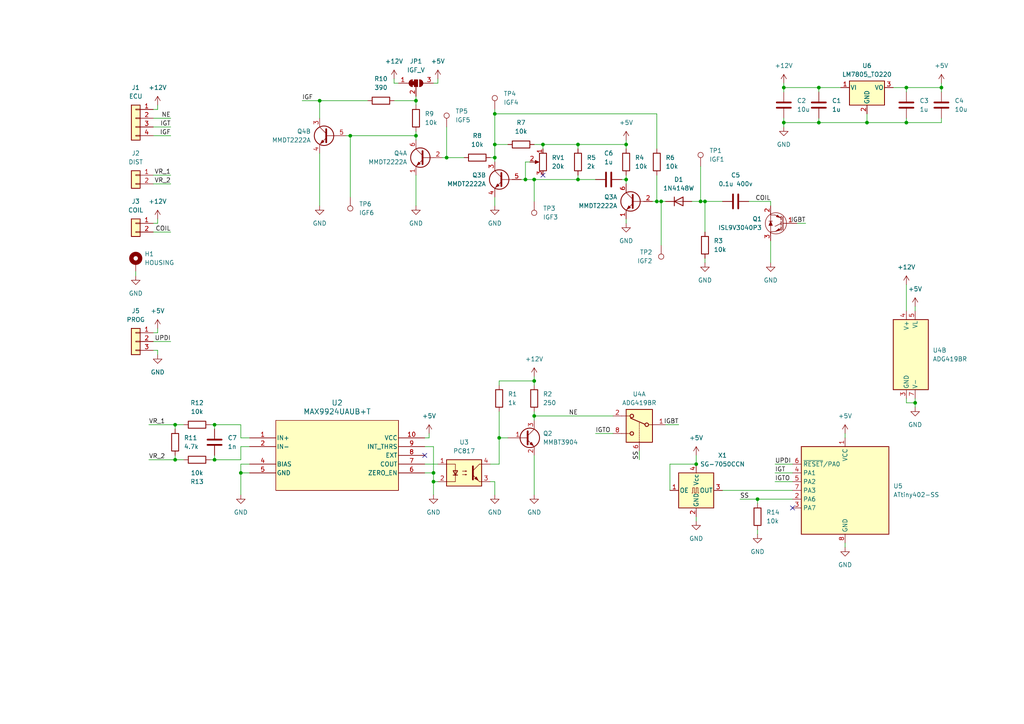
<source format=kicad_sch>
(kicad_sch (version 20230121) (generator eeschema)
  (paper "A4")
  (lib_symbols
    (symbol "Analog_Switch:ADG419BR" (pin_names (offset 0.254))
      (property "Reference" "U" (at -3.175 4.699 0))
      (property "Value" "ADG419BR" (at -3.175 2.921 0))
      (symbol "ADG419BR_1_1"
        (rectangle (start -3.81 1.905) (end 3.81 -7.62) (stroke (width 0.254)) (fill (type background)))
        (circle (center -2.159 -2.54) (radius 0.508) (stroke (width 0.254)))
        (polyline (pts (xy -5.08 -2.54) (xy -2.794 -2.54)))
        (polyline (pts (xy -1.651 -2.413) (xy 2.54 -0.635)) (stroke (width 0.254)))
        (polyline (pts (xy 0 -7.62) (xy 0 -7.112)))
        (polyline (pts (xy 0 -6.858) (xy 0 -6.604)))
        (polyline (pts (xy 0 -6.35) (xy 0 -6.096)))
        (polyline (pts (xy 0 -5.842) (xy 0 -5.588)))
        (polyline (pts (xy 0 -5.334) (xy 0 -5.08)))
        (polyline (pts (xy 0 -4.826) (xy 0 -4.572)))
        (polyline (pts (xy 0 -4.318) (xy 0 -4.064)))
        (polyline (pts (xy 0 -3.81) (xy 0 -3.556)))
        (polyline (pts (xy 0 -3.302) (xy 0 -3.048)))
        (polyline (pts (xy 0 -2.794) (xy 0 -2.54)))
        (polyline (pts (xy 0 -2.286) (xy 0 -2.032)))
        (polyline (pts (xy 0 -2.286) (xy 0 -2.032)))
        (polyline (pts (xy 5.08 -5.08) (xy 2.794 -5.08)))
        (polyline (pts (xy 5.08 0) (xy 2.794 0)))
        (circle (center 2.159 -5.08) (radius 0.508) (stroke (width 0.254)))
        (circle (center 2.159 0) (radius 0.508) (stroke (width 0.254)))
        (pin passive line (at -7.62 -2.54 0) (length 2.54) (name "~") (number "1"))
        (pin passive line (at 7.62 0 180) (length 2.54) (name "~") (number "2"))
        (pin input line (at 0 -10.16 90) (length 2.54) (name "~") (number "6"))
        (pin passive line (at 7.62 -5.08 180) (length 2.54) (name "~") (number "8"))
      )
      (symbol "ADG419BR_2_0"
        (pin power_in line (at 0 -12.7 90) (length 2.54) (name "GND") (number "3"))
        (pin power_in line (at 0 12.7 270) (length 2.54) (name "V+") (number "4"))
        (pin power_in line (at 2.54 12.7 270) (length 2.54) (name "VL") (number "5"))
        (pin power_in line (at 2.54 -12.7 90) (length 2.54) (name "V-") (number "7"))
      )
      (symbol "ADG419BR_2_1"
        (rectangle (start -3.81 10.16) (end 6.35 -10.16) (stroke (width 0.254)) (fill (type background)))
      )
    )
    (symbol "Connector:TestPoint" (pin_numbers hide) (pin_names (offset 0.762) hide)
      (property "Reference" "TP" (at 0 6.858 0))
      (property "Value" "TestPoint" (at 0 5.08 0))
      (symbol "TestPoint_0_1"
        (circle (center 0 3.302) (radius 0.762))
      )
      (symbol "TestPoint_1_1"
        (pin passive line (at 0 0 90) (length 2.54) (name "1") (number "1"))
      )
    )
    (symbol "Connector_Generic:Conn_01x02" (pin_names (offset 1.016) hide)
      (property "Reference" "J" (at 0 2.54 0))
      (property "Value" "Conn_01x02" (at 0 -5.08 0))
      (symbol "Conn_01x02_1_1"
        (rectangle (start -1.27 -2.413) (end 0 -2.667) (stroke (width 0.1524)))
        (rectangle (start -1.27 0.127) (end 0 -0.127) (stroke (width 0.1524)))
        (rectangle (start -1.27 1.27) (end 1.27 -3.81) (stroke (width 0.254)) (fill (type background)))
        (pin passive line (at -5.08 0 0) (length 3.81) (name "Pin_1") (number "1"))
        (pin passive line (at -5.08 -2.54 0) (length 3.81) (name "Pin_2") (number "2"))
      )
    )
    (symbol "Connector_Generic:Conn_01x03" (pin_names (offset 1.016) hide)
      (property "Reference" "J" (at 0 5.08 0))
      (property "Value" "Conn_01x03" (at 0 -5.08 0))
      (symbol "Conn_01x03_1_1"
        (rectangle (start -1.27 -2.413) (end 0 -2.667) (stroke (width 0.1524)))
        (rectangle (start -1.27 0.127) (end 0 -0.127) (stroke (width 0.1524)))
        (rectangle (start -1.27 2.667) (end 0 2.413) (stroke (width 0.1524)))
        (rectangle (start -1.27 3.81) (end 1.27 -3.81) (stroke (width 0.254)) (fill (type background)))
        (pin passive line (at -5.08 2.54 0) (length 3.81) (name "Pin_1") (number "1"))
        (pin passive line (at -5.08 0 0) (length 3.81) (name "Pin_2") (number "2"))
        (pin passive line (at -5.08 -2.54 0) (length 3.81) (name "Pin_3") (number "3"))
      )
    )
    (symbol "Connector_Generic:Conn_01x04" (pin_names (offset 1.016) hide)
      (property "Reference" "J" (at 0 5.08 0))
      (property "Value" "Conn_01x04" (at 0 -7.62 0))
      (symbol "Conn_01x04_1_1"
        (rectangle (start -1.27 -4.953) (end 0 -5.207) (stroke (width 0.1524)))
        (rectangle (start -1.27 -2.413) (end 0 -2.667) (stroke (width 0.1524)))
        (rectangle (start -1.27 0.127) (end 0 -0.127) (stroke (width 0.1524)))
        (rectangle (start -1.27 2.667) (end 0 2.413) (stroke (width 0.1524)))
        (rectangle (start -1.27 3.81) (end 1.27 -6.35) (stroke (width 0.254)) (fill (type background)))
        (pin passive line (at -5.08 2.54 0) (length 3.81) (name "Pin_1") (number "1"))
        (pin passive line (at -5.08 0 0) (length 3.81) (name "Pin_2") (number "2"))
        (pin passive line (at -5.08 -2.54 0) (length 3.81) (name "Pin_3") (number "3"))
        (pin passive line (at -5.08 -5.08 0) (length 3.81) (name "Pin_4") (number "4"))
      )
    )
    (symbol "Device:C" (pin_numbers hide) (pin_names (offset 0.254))
      (property "Reference" "C" (at 0.635 2.54 0))
      (property "Value" "C" (at 0.635 -2.54 0))
      (symbol "C_0_1"
        (polyline (pts (xy -2.032 -0.762) (xy 2.032 -0.762)) (stroke (width 0.508)))
        (polyline (pts (xy -2.032 0.762) (xy 2.032 0.762)) (stroke (width 0.508)))
      )
      (symbol "C_1_1"
        (pin passive line (at 0 3.81 270) (length 2.794) (name "~") (number "1"))
        (pin passive line (at 0 -3.81 90) (length 2.794) (name "~") (number "2"))
      )
    )
    (symbol "Device:R" (pin_numbers hide) (pin_names (offset 0))
      (property "Reference" "R" (at 2.032 0 90))
      (property "Value" "R" (at 0 0 90))
      (symbol "R_0_1"
        (rectangle (start -1.016 -2.54) (end 1.016 2.54) (stroke (width 0.254)))
      )
      (symbol "R_1_1"
        (pin passive line (at 0 3.81 270) (length 1.27) (name "~") (number "1"))
        (pin passive line (at 0 -3.81 90) (length 1.27) (name "~") (number "2"))
      )
    )
    (symbol "Device:R_Potentiometer" (pin_names (offset 1.016) hide)
      (property "Reference" "RV" (at -4.445 0 90))
      (property "Value" "R_Potentiometer" (at -2.54 0 90))
      (symbol "R_Potentiometer_0_1"
        (polyline (pts (xy 2.54 0) (xy 1.524 0)))
        (polyline (pts (xy 1.143 0) (xy 2.286 0.508) (xy 2.286 -0.508) (xy 1.143 0)) (fill (type outline)))
        (rectangle (start 1.016 2.54) (end -1.016 -2.54) (stroke (width 0.254)))
      )
      (symbol "R_Potentiometer_1_1"
        (pin passive line (at 0 3.81 270) (length 1.27) (name "1") (number "1"))
        (pin passive line (at 3.81 0 180) (length 1.27) (name "2") (number "2"))
        (pin passive line (at 0 -3.81 90) (length 1.27) (name "3") (number "3"))
      )
    )
    (symbol "Diode:1N4148W" (pin_numbers hide) (pin_names hide)
      (property "Reference" "D" (at 0 2.54 0))
      (property "Value" "1N4148W" (at 0 -2.54 0))
      (symbol "1N4148W_0_1"
        (polyline (pts (xy -1.27 1.27) (xy -1.27 -1.27)) (stroke (width 0.254)))
        (polyline (pts (xy 1.27 0) (xy -1.27 0)))
        (polyline (pts (xy 1.27 1.27) (xy 1.27 -1.27) (xy -1.27 0) (xy 1.27 1.27)) (stroke (width 0.254)))
      )
      (symbol "1N4148W_1_1"
        (pin passive line (at -3.81 0 0) (length 2.54) (name "K") (number "1"))
        (pin passive line (at 3.81 0 180) (length 2.54) (name "A") (number "2"))
      )
    )
    (symbol "Isolator:PC817" (pin_names (offset 1.016))
      (property "Reference" "U" (at -5.08 5.08 0))
      (property "Value" "PC817" (at 0 5.08 0))
      (symbol "PC817_0_1"
        (rectangle (start -5.08 3.81) (end 5.08 -3.81) (stroke (width 0.254)) (fill (type background)))
        (polyline (pts (xy -3.175 -0.635) (xy -1.905 -0.635)) (stroke (width 0.254)))
        (polyline (pts (xy 2.54 0.635) (xy 4.445 2.54)))
        (polyline (pts (xy 4.445 -2.54) (xy 2.54 -0.635)) (fill (type outline)))
        (polyline (pts (xy 4.445 -2.54) (xy 5.08 -2.54)))
        (polyline (pts (xy 4.445 2.54) (xy 5.08 2.54)))
        (polyline (pts (xy -5.08 2.54) (xy -2.54 2.54) (xy -2.54 -0.635)))
        (polyline (pts (xy -2.54 -0.635) (xy -2.54 -2.54) (xy -5.08 -2.54)))
        (polyline (pts (xy 2.54 1.905) (xy 2.54 -1.905) (xy 2.54 -1.905)) (stroke (width 0.508)))
        (polyline (pts (xy -2.54 -0.635) (xy -3.175 0.635) (xy -1.905 0.635) (xy -2.54 -0.635)) (stroke (width 0.254)))
        (polyline (pts (xy -0.508 -0.508) (xy 0.762 -0.508) (xy 0.381 -0.635) (xy 0.381 -0.381) (xy 0.762 -0.508)))
        (polyline (pts (xy -0.508 0.508) (xy 0.762 0.508) (xy 0.381 0.381) (xy 0.381 0.635) (xy 0.762 0.508)))
        (polyline (pts (xy 3.048 -1.651) (xy 3.556 -1.143) (xy 4.064 -2.159) (xy 3.048 -1.651) (xy 3.048 -1.651)) (fill (type outline)))
      )
      (symbol "PC817_1_1"
        (pin passive line (at -7.62 2.54 0) (length 2.54) (name "~") (number "1"))
        (pin passive line (at -7.62 -2.54 0) (length 2.54) (name "~") (number "2"))
        (pin passive line (at 7.62 -2.54 180) (length 2.54) (name "~") (number "3"))
        (pin passive line (at 7.62 2.54 180) (length 2.54) (name "~") (number "4"))
      )
    )
    (symbol "Jumper:SolderJumper_3_Bridged12" (pin_names (offset 0) hide)
      (property "Reference" "JP" (at -2.54 -2.54 0))
      (property "Value" "SolderJumper_3_Bridged12" (at 0 2.794 0))
      (symbol "SolderJumper_3_Bridged12_0_1"
        (rectangle (start -1.016 0.508) (end -0.508 -0.508) (fill (type outline)))
        (arc (start -1.016 1.016) (mid -2.0276 0) (end -1.016 -1.016))
        (arc (start -1.016 1.016) (mid -2.0276 0) (end -1.016 -1.016) (fill (type outline)))
        (rectangle (start -0.508 1.016) (end 0.508 -1.016) (fill (type outline)))
        (polyline (pts (xy -2.54 0) (xy -2.032 0)))
        (polyline (pts (xy -1.016 1.016) (xy -1.016 -1.016)))
        (polyline (pts (xy 0 -1.27) (xy 0 -1.016)))
        (polyline (pts (xy 1.016 1.016) (xy 1.016 -1.016)))
        (polyline (pts (xy 2.54 0) (xy 2.032 0)))
        (arc (start 1.016 -1.016) (mid 2.0276 0) (end 1.016 1.016))
        (arc (start 1.016 -1.016) (mid 2.0276 0) (end 1.016 1.016) (fill (type outline)))
      )
      (symbol "SolderJumper_3_Bridged12_1_1"
        (pin passive line (at -5.08 0 0) (length 2.54) (name "A") (number "1"))
        (pin passive line (at 0 -3.81 90) (length 2.54) (name "C") (number "2"))
        (pin passive line (at 5.08 0 180) (length 2.54) (name "B") (number "3"))
      )
    )
    (symbol "MAX9924:MAX9924UAUB+T" (pin_names (offset 0.254))
      (property "Reference" "U" (at 25.4 10.16 0))
      (property "Value" "MAX9924UAUB+T" (at 25.4 7.62 0))
      (symbol "MAX9924UAUB+T_0_1"
        (polyline (pts (xy 7.62 -15.24) (xy 43.18 -15.24)) (stroke (width 0.127)))
        (polyline (pts (xy 7.62 5.08) (xy 7.62 -15.24)) (stroke (width 0.127)))
        (polyline (pts (xy 43.18 -15.24) (xy 43.18 5.08)) (stroke (width 0.127)))
        (pin input line (at 0 0 0) (length 7.62) (name "IN+") (number "1"))
        (pin power_in line (at 50.8 0 180) (length 7.62) (name "VCC") (number "10"))
        (pin input line (at 0 -2.54 0) (length 7.62) (name "IN-") (number "2"))
        (pin input line (at 0 -7.62 0) (length 7.62) (name "BIAS") (number "4"))
        (pin power_in line (at 0 -10.16 0) (length 7.62) (name "GND") (number "5"))
        (pin unspecified line (at 50.8 -10.16 180) (length 7.62) (name "ZERO_EN") (number "6"))
        (pin output line (at 50.8 -7.62 180) (length 7.62) (name "COUT") (number "7"))
        (pin input line (at 50.8 -5.08 180) (length 7.62) (name "EXT") (number "8"))
        (pin unspecified line (at 50.8 -2.54 180) (length 7.62) (name "INT_THRS") (number "9"))
      )
      (symbol "MAX9924UAUB+T_1_1"
        (rectangle (start 7.62 5.08) (end 43.18 -15.24) (fill (type background)))
        (pin no_connect line (at 0 -5.08 0) (length 7.62) hide (name "NC") (number "3"))
      )
    )
    (symbol "MCU_Microchip_ATtiny:ATtiny402-SS"
      (property "Reference" "U" (at -12.7 13.97 0))
      (property "Value" "ATtiny402-SS" (at 2.54 -13.97 0))
      (symbol "ATtiny402-SS_0_1"
        (rectangle (start -12.7 -12.7) (end 12.7 12.7) (stroke (width 0.254)) (fill (type background)))
      )
      (symbol "ATtiny402-SS_1_1"
        (pin power_in line (at 0 15.24 270) (length 2.54) (name "VCC") (number "1"))
        (pin bidirectional line (at 15.24 -2.54 180) (length 2.54) (name "PA6") (number "2"))
        (pin bidirectional line (at 15.24 -5.08 180) (length 2.54) (name "PA7") (number "3"))
        (pin bidirectional line (at 15.24 5.08 180) (length 2.54) (name "PA1") (number "4"))
        (pin bidirectional line (at 15.24 2.54 180) (length 2.54) (name "PA2") (number "5"))
        (pin bidirectional line (at 15.24 7.62 180) (length 2.54) (name "~{RESET}/PA0") (number "6"))
        (pin bidirectional line (at 15.24 0 180) (length 2.54) (name "PA3") (number "7"))
        (pin power_in line (at 0 -15.24 90) (length 2.54) (name "GND") (number "8"))
      )
    )
    (symbol "Mechanical:MountingHole_Pad" (pin_numbers hide) (pin_names (offset 1.016) hide)
      (property "Reference" "H" (at 0 6.35 0))
      (property "Value" "MountingHole_Pad" (at 0 4.445 0))
      (symbol "MountingHole_Pad_0_1"
        (circle (center 0 1.27) (radius 1.27) (stroke (width 1.27)))
      )
      (symbol "MountingHole_Pad_1_1"
        (pin input line (at 0 -2.54 90) (length 2.54) (name "1") (number "1"))
      )
    )
    (symbol "Oscillator:SG-7050CCN" (pin_names (offset 0.254))
      (property "Reference" "X" (at -5.08 6.35 0))
      (property "Value" "SG-7050CCN" (at 1.27 -6.35 0))
      (symbol "SG-7050CCN_0_1"
        (rectangle (start -5.08 5.08) (end 5.08 -5.08) (stroke (width 0.254)) (fill (type background)))
        (polyline (pts (xy -1.27 -0.762) (xy -1.016 -0.762) (xy -1.016 0.762) (xy -0.508 0.762) (xy -0.508 -0.762) (xy 0 -0.762) (xy 0 0.762) (xy 0.508 0.762) (xy 0.508 -0.762) (xy 0.762 -0.762)))
      )
      (symbol "SG-7050CCN_1_1"
        (pin input line (at -7.62 0 0) (length 2.54) (name "OE") (number "1"))
        (pin power_in line (at 0 -7.62 90) (length 2.54) (name "GND") (number "2"))
        (pin output line (at 7.62 0 180) (length 2.54) (name "OUT") (number "3"))
        (pin power_in line (at 0 7.62 270) (length 2.54) (name "Vcc") (number "4"))
      )
    )
    (symbol "Regulator_Linear:LM7805_TO220" (pin_names (offset 0.254))
      (property "Reference" "U" (at -3.81 3.175 0))
      (property "Value" "LM7805_TO220" (at 0 3.175 0))
      (symbol "LM7805_TO220_0_1"
        (rectangle (start -5.08 1.905) (end 5.08 -5.08) (stroke (width 0.254)) (fill (type background)))
      )
      (symbol "LM7805_TO220_1_1"
        (pin power_in line (at -7.62 0 0) (length 2.54) (name "VI") (number "1"))
        (pin power_in line (at 0 -7.62 90) (length 2.54) (name "GND") (number "2"))
        (pin power_out line (at 7.62 0 180) (length 2.54) (name "VO") (number "3"))
      )
    )
    (symbol "Transistor_BJT:MMBT3904" (pin_names (offset 0) hide)
      (property "Reference" "Q" (at 5.08 1.905 0))
      (property "Value" "MMBT3904" (at 5.08 0 0))
      (symbol "MMBT3904_0_1"
        (polyline (pts (xy 0.635 0.635) (xy 2.54 2.54)))
        (polyline (pts (xy 0.635 -0.635) (xy 2.54 -2.54) (xy 2.54 -2.54)))
        (polyline (pts (xy 0.635 1.905) (xy 0.635 -1.905) (xy 0.635 -1.905)) (stroke (width 0.508)))
        (polyline (pts (xy 1.27 -1.778) (xy 1.778 -1.27) (xy 2.286 -2.286) (xy 1.27 -1.778) (xy 1.27 -1.778)) (fill (type outline)))
        (circle (center 1.27 0) (radius 2.8194) (stroke (width 0.254)))
      )
      (symbol "MMBT3904_1_1"
        (pin input line (at -5.08 0 0) (length 5.715) (name "B") (number "1"))
        (pin passive line (at 2.54 -5.08 90) (length 2.54) (name "E") (number "2"))
        (pin passive line (at 2.54 5.08 270) (length 2.54) (name "C") (number "3"))
      )
    )
    (symbol "Transistor_BJT:MMDT2222A" (pin_names (offset 0) hide)
      (property "Reference" "Q" (at 5.08 1.27 0))
      (property "Value" "MMDT2222A" (at 5.08 -1.27 0))
      (symbol "MMDT2222A_0_1"
        (polyline (pts (xy 0.635 0) (xy -2.54 0)))
        (polyline (pts (xy 0.635 0.635) (xy 2.54 2.54)))
        (polyline (pts (xy 0.635 -0.635) (xy 2.54 -2.54) (xy 2.54 -2.54)))
        (polyline (pts (xy 0.635 1.905) (xy 0.635 -1.905) (xy 0.635 -1.905)) (stroke (width 0.508)))
        (polyline (pts (xy 1.27 -1.778) (xy 1.778 -1.27) (xy 2.286 -2.286) (xy 1.27 -1.778) (xy 1.27 -1.778)) (fill (type outline)))
        (circle (center 1.27 0) (radius 2.8194) (stroke (width 0.254)))
      )
      (symbol "MMDT2222A_1_1"
        (pin passive line (at 2.54 -5.08 90) (length 2.54) (name "E1") (number "1"))
        (pin input line (at -5.08 0 0) (length 2.54) (name "B1") (number "2"))
        (pin passive line (at 2.54 5.08 270) (length 2.54) (name "C1") (number "6"))
      )
      (symbol "MMDT2222A_2_1"
        (pin passive line (at 2.54 5.08 270) (length 2.54) (name "C2") (number "3"))
        (pin passive line (at 2.54 -5.08 90) (length 2.54) (name "E2") (number "4"))
        (pin input line (at -5.08 0 0) (length 2.54) (name "B2") (number "5"))
      )
    )
    (symbol "Transistor_IGBT:STGP7NC60HD" (pin_names (offset 0) hide)
      (property "Reference" "Q" (at 6.35 1.905 0))
      (property "Value" "STGP7NC60HD" (at 6.35 0 0))
      (symbol "STGP7NC60HD_0_1"
        (polyline (pts (xy -1.27 0) (xy -1.016 0)))
        (polyline (pts (xy 1.27 -2.413) (xy 2.54 -2.413)))
        (polyline (pts (xy 1.27 2.413) (xy 2.54 2.413)))
        (polyline (pts (xy 2.032 0.635) (xy 3.048 0.635)))
        (polyline (pts (xy 2.54 3.81) (xy 2.54 -3.81)))
        (polyline (pts (xy 2.54 0.635) (xy 2.032 -0.635) (xy 3.048 -0.635) (xy 2.54 0.635)) (fill (type outline)))
        (circle (center 1.016 0) (radius 3.0734))
      )
      (symbol "STGP7NC60HD_1_1"
        (polyline (pts (xy -0.508 -1.016) (xy -0.508 -2.032)) (stroke (width 0.254)))
        (polyline (pts (xy -0.508 0.508) (xy -0.508 -0.508)) (stroke (width 0.254)))
        (polyline (pts (xy -0.508 2.032) (xy -0.508 1.016)) (stroke (width 0.254)))
        (polyline (pts (xy 1.27 -2.413) (xy -0.508 -1.524)))
        (polyline (pts (xy 1.27 -0.889) (xy -0.508 0)))
        (polyline (pts (xy 1.27 2.413) (xy -0.508 1.524)))
        (polyline (pts (xy -1.016 1.905) (xy -1.016 -1.905) (xy -1.016 -1.905)) (stroke (width 0.254)))
        (polyline (pts (xy -0.127 -2.032) (xy 0.127 -1.524) (xy 1.016 -2.286) (xy -0.127 -2.032)) (fill (type outline)))
        (polyline (pts (xy 0.889 1.905) (xy 0.635 2.413) (xy -0.254 1.651) (xy 0.889 1.905)) (fill (type outline)))
        (pin input line (at -5.08 0 0) (length 3.81) (name "G") (number "1"))
        (pin passive line (at 2.54 5.08 270) (length 2.54) (name "C") (number "2"))
        (pin passive line (at 2.54 -5.08 90) (length 2.54) (name "E") (number "3"))
      )
    )
    (symbol "power:+12V" (power) (pin_names (offset 0))
      (property "Value" "+12V" (at 0 3.556 0))
      (symbol "+12V_0_1"
        (polyline (pts (xy -0.762 1.27) (xy 0 2.54)))
        (polyline (pts (xy 0 0) (xy 0 2.54)))
        (polyline (pts (xy 0 2.54) (xy 0.762 1.27)))
      )
      (symbol "+12V_1_1"
        (pin power_in line (at 0 0 90) (length 0) hide (name "+12V") (number "1"))
      )
    )
    (symbol "power:+5V" (power) (pin_names (offset 0))
      (property "Value" "+5V" (at 0 3.556 0))
      (symbol "+5V_0_1"
        (polyline (pts (xy -0.762 1.27) (xy 0 2.54)))
        (polyline (pts (xy 0 0) (xy 0 2.54)))
        (polyline (pts (xy 0 2.54) (xy 0.762 1.27)))
      )
      (symbol "+5V_1_1"
        (pin power_in line (at 0 0 90) (length 0) hide (name "+5V") (number "1"))
      )
    )
    (symbol "power:GND" (power) (pin_names (offset 0))
      (property "Value" "GND" (at 0 -3.81 0))
      (symbol "GND_0_1"
        (polyline (pts (xy 0 0) (xy 0 -1.27) (xy 1.27 -1.27) (xy 0 -2.54) (xy -1.27 -1.27) (xy 0 -1.27)))
      )
      (symbol "GND_1_1"
        (pin power_in line (at 0 0 270) (length 0) hide (name "GND") (number "1"))
      )
    )
  )
  (junction (at 101.6 39.37))
  (junction (at 143.51 33.02))
  (junction (at 125.73 137.16))
  (junction (at 129.54 45.72))
  (junction (at 167.64 52.07))
  (junction (at 120.65 29.21))
  (junction (at 251.46 35.56))
  (junction (at 204.47 58.42))
  (junction (at 227.33 35.56))
  (junction (at 262.89 25.4))
  (junction (at 62.23 133.35))
  (junction (at 154.94 110.49))
  (junction (at 203.2 58.42))
  (junction (at 144.78 127))
  (junction (at 143.51 45.72))
  (junction (at 227.33 25.4))
  (junction (at 262.89 35.56))
  (junction (at 201.93 134.62))
  (junction (at 69.85 137.16))
  (junction (at 219.71 144.78))
  (junction (at 154.94 52.07))
  (junction (at 154.94 120.65))
  (junction (at 50.8 123.19))
  (junction (at 181.61 52.07))
  (junction (at 167.64 41.91))
  (junction (at 50.8 133.35))
  (junction (at 92.71 29.21))
  (junction (at 152.4 52.07))
  (junction (at 62.23 123.19))
  (junction (at 157.48 41.91))
  (junction (at 273.05 25.4))
  (junction (at 181.61 41.91))
  (junction (at 125.73 139.7))
  (junction (at 265.43 116.84))
  (junction (at 143.51 41.91))
  (junction (at 120.65 39.37))
  (junction (at 191.77 58.42))
  (junction (at 237.49 25.4))
  (junction (at 190.5 58.42))
  (junction (at 237.49 35.56))
  (no_connect (at 229.87 147.32))
  (no_connect (at 157.48 50.8))
  (no_connect (at 123.19 132.08))
  (wire (pts (xy 69.85 133.35) (xy 62.23 133.35)))
  (wire (pts (xy 44.45 50.8) (xy 49.53 50.8)))
  (wire (pts (xy 120.65 50.8) (xy 120.65 59.69)))
  (wire (pts (xy 114.3 24.13) (xy 115.57 24.13)))
  (wire (pts (xy 53.34 133.35) (xy 50.8 133.35)))
  (wire (pts (xy 185.42 130.81) (xy 185.42 133.35)))
  (wire (pts (xy 45.72 101.6) (xy 45.72 102.87)))
  (wire (pts (xy 100.33 39.37) (xy 101.6 39.37)))
  (wire (pts (xy 224.79 137.16) (xy 229.87 137.16)))
  (wire (pts (xy 167.64 50.8) (xy 167.64 52.07)))
  (wire (pts (xy 143.51 31.75) (xy 143.51 33.02)))
  (wire (pts (xy 142.24 45.72) (xy 143.51 45.72)))
  (wire (pts (xy 72.39 134.62) (xy 69.85 134.62)))
  (wire (pts (xy 154.94 109.22) (xy 154.94 110.49)))
  (wire (pts (xy 128.27 45.72) (xy 129.54 45.72)))
  (wire (pts (xy 154.94 120.65) (xy 177.8 120.65)))
  (wire (pts (xy 262.89 34.29) (xy 262.89 35.56)))
  (wire (pts (xy 273.05 24.13) (xy 273.05 25.4)))
  (wire (pts (xy 69.85 143.51) (xy 69.85 137.16)))
  (wire (pts (xy 50.8 123.19) (xy 50.8 124.46)))
  (wire (pts (xy 120.65 29.21) (xy 120.65 30.48)))
  (wire (pts (xy 45.72 64.77) (xy 44.45 64.77)))
  (wire (pts (xy 262.89 116.84) (xy 265.43 116.84)))
  (wire (pts (xy 129.54 45.72) (xy 134.62 45.72)))
  (wire (pts (xy 69.85 134.62) (xy 69.85 137.16)))
  (wire (pts (xy 262.89 25.4) (xy 273.05 25.4)))
  (wire (pts (xy 209.55 142.24) (xy 229.87 142.24)))
  (wire (pts (xy 190.5 58.42) (xy 189.23 58.42)))
  (wire (pts (xy 50.8 133.35) (xy 50.8 132.08)))
  (wire (pts (xy 237.49 34.29) (xy 237.49 35.56)))
  (wire (pts (xy 262.89 82.55) (xy 262.89 90.17)))
  (wire (pts (xy 181.61 52.07) (xy 181.61 50.8)))
  (wire (pts (xy 120.65 38.1) (xy 120.65 39.37)))
  (wire (pts (xy 273.05 35.56) (xy 262.89 35.56)))
  (wire (pts (xy 190.5 58.42) (xy 191.77 58.42)))
  (wire (pts (xy 62.23 133.35) (xy 62.23 132.08)))
  (wire (pts (xy 227.33 34.29) (xy 227.33 35.56)))
  (wire (pts (xy 69.85 127) (xy 69.85 123.19)))
  (wire (pts (xy 219.71 146.05) (xy 219.71 144.78)))
  (wire (pts (xy 157.48 41.91) (xy 167.64 41.91)))
  (wire (pts (xy 181.61 63.5) (xy 181.61 64.77)))
  (wire (pts (xy 72.39 137.16) (xy 69.85 137.16)))
  (wire (pts (xy 44.45 99.06) (xy 49.53 99.06)))
  (wire (pts (xy 101.6 57.15) (xy 101.6 39.37)))
  (wire (pts (xy 72.39 129.54) (xy 69.85 129.54)))
  (wire (pts (xy 223.52 59.69) (xy 223.52 58.42)))
  (wire (pts (xy 127 22.86) (xy 127 24.13)))
  (wire (pts (xy 127 24.13) (xy 125.73 24.13)))
  (wire (pts (xy 227.33 35.56) (xy 227.33 36.83)))
  (wire (pts (xy 124.46 127) (xy 123.19 127)))
  (wire (pts (xy 120.65 39.37) (xy 120.65 40.64)))
  (wire (pts (xy 44.45 67.31) (xy 49.53 67.31)))
  (wire (pts (xy 224.79 134.62) (xy 229.87 134.62)))
  (wire (pts (xy 154.94 111.76) (xy 154.94 110.49)))
  (wire (pts (xy 43.18 133.35) (xy 50.8 133.35)))
  (wire (pts (xy 245.11 125.73) (xy 245.11 127)))
  (wire (pts (xy 62.23 123.19) (xy 60.96 123.19)))
  (wire (pts (xy 204.47 74.93) (xy 204.47 76.2)))
  (wire (pts (xy 223.52 69.85) (xy 223.52 76.2)))
  (wire (pts (xy 44.45 53.34) (xy 49.53 53.34)))
  (wire (pts (xy 142.24 134.62) (xy 144.78 134.62)))
  (wire (pts (xy 262.89 35.56) (xy 251.46 35.56)))
  (wire (pts (xy 262.89 25.4) (xy 262.89 26.67)))
  (wire (pts (xy 219.71 153.67) (xy 219.71 154.94)))
  (wire (pts (xy 152.4 46.99) (xy 152.4 52.07)))
  (wire (pts (xy 259.08 25.4) (xy 262.89 25.4)))
  (wire (pts (xy 181.61 52.07) (xy 181.61 53.34)))
  (wire (pts (xy 101.6 39.37) (xy 120.65 39.37)))
  (wire (pts (xy 125.73 139.7) (xy 125.73 143.51)))
  (wire (pts (xy 219.71 144.78) (xy 229.87 144.78)))
  (wire (pts (xy 143.51 139.7) (xy 143.51 143.51)))
  (wire (pts (xy 157.48 41.91) (xy 157.48 43.18)))
  (wire (pts (xy 123.19 129.54) (xy 125.73 129.54)))
  (wire (pts (xy 273.05 34.29) (xy 273.05 35.56)))
  (wire (pts (xy 227.33 26.67) (xy 227.33 25.4)))
  (wire (pts (xy 87.63 29.21) (xy 92.71 29.21)))
  (wire (pts (xy 227.33 35.56) (xy 237.49 35.56)))
  (wire (pts (xy 227.33 24.13) (xy 227.33 25.4)))
  (wire (pts (xy 144.78 134.62) (xy 144.78 127)))
  (wire (pts (xy 60.96 133.35) (xy 62.23 133.35)))
  (wire (pts (xy 45.72 63.5) (xy 45.72 64.77)))
  (wire (pts (xy 237.49 25.4) (xy 237.49 26.67)))
  (wire (pts (xy 154.94 52.07) (xy 154.94 58.42)))
  (wire (pts (xy 44.45 34.29) (xy 49.53 34.29)))
  (wire (pts (xy 44.45 101.6) (xy 45.72 101.6)))
  (wire (pts (xy 167.64 41.91) (xy 167.64 43.18)))
  (wire (pts (xy 191.77 58.42) (xy 191.77 71.12)))
  (wire (pts (xy 53.34 123.19) (xy 50.8 123.19)))
  (wire (pts (xy 43.18 123.19) (xy 50.8 123.19)))
  (wire (pts (xy 124.46 125.73) (xy 124.46 127)))
  (wire (pts (xy 69.85 123.19) (xy 62.23 123.19)))
  (wire (pts (xy 143.51 57.15) (xy 143.51 59.69)))
  (wire (pts (xy 181.61 43.18) (xy 181.61 41.91)))
  (wire (pts (xy 143.51 45.72) (xy 143.51 46.99)))
  (wire (pts (xy 154.94 120.65) (xy 154.94 119.38)))
  (wire (pts (xy 190.5 43.18) (xy 190.5 33.02)))
  (wire (pts (xy 201.93 149.86) (xy 201.93 151.13)))
  (wire (pts (xy 223.52 58.42) (xy 217.17 58.42)))
  (wire (pts (xy 251.46 35.56) (xy 251.46 33.02)))
  (wire (pts (xy 45.72 30.48) (xy 45.72 31.75)))
  (wire (pts (xy 167.64 41.91) (xy 181.61 41.91)))
  (wire (pts (xy 62.23 123.19) (xy 62.23 124.46)))
  (wire (pts (xy 92.71 44.45) (xy 92.71 59.69)))
  (wire (pts (xy 201.93 132.08) (xy 201.93 134.62)))
  (wire (pts (xy 151.13 52.07) (xy 152.4 52.07)))
  (wire (pts (xy 147.32 41.91) (xy 143.51 41.91)))
  (wire (pts (xy 193.04 123.19) (xy 196.85 123.19)))
  (wire (pts (xy 245.11 157.48) (xy 245.11 158.75)))
  (wire (pts (xy 203.2 58.42) (xy 204.47 58.42)))
  (wire (pts (xy 273.05 25.4) (xy 273.05 26.67)))
  (wire (pts (xy 194.31 134.62) (xy 201.93 134.62)))
  (wire (pts (xy 144.78 127) (xy 147.32 127)))
  (wire (pts (xy 154.94 41.91) (xy 157.48 41.91)))
  (wire (pts (xy 227.33 25.4) (xy 237.49 25.4)))
  (wire (pts (xy 45.72 95.25) (xy 45.72 96.52)))
  (wire (pts (xy 237.49 35.56) (xy 251.46 35.56)))
  (wire (pts (xy 114.3 22.86) (xy 114.3 24.13)))
  (wire (pts (xy 204.47 58.42) (xy 209.55 58.42)))
  (wire (pts (xy 114.3 29.21) (xy 120.65 29.21)))
  (wire (pts (xy 152.4 52.07) (xy 154.94 52.07)))
  (wire (pts (xy 167.64 52.07) (xy 172.72 52.07)))
  (wire (pts (xy 142.24 139.7) (xy 143.51 139.7)))
  (wire (pts (xy 69.85 129.54) (xy 69.85 133.35)))
  (wire (pts (xy 154.94 120.65) (xy 154.94 121.92)))
  (wire (pts (xy 200.66 58.42) (xy 203.2 58.42)))
  (wire (pts (xy 123.19 137.16) (xy 125.73 137.16)))
  (wire (pts (xy 44.45 36.83) (xy 49.53 36.83)))
  (wire (pts (xy 125.73 139.7) (xy 127 139.7)))
  (wire (pts (xy 125.73 129.54) (xy 125.73 137.16)))
  (wire (pts (xy 194.31 142.24) (xy 194.31 134.62)))
  (wire (pts (xy 265.43 116.84) (xy 265.43 118.11)))
  (wire (pts (xy 154.94 132.08) (xy 154.94 143.51)))
  (wire (pts (xy 203.2 48.26) (xy 203.2 58.42)))
  (wire (pts (xy 143.51 41.91) (xy 143.51 45.72)))
  (wire (pts (xy 181.61 40.64) (xy 181.61 41.91)))
  (wire (pts (xy 172.72 125.73) (xy 177.8 125.73)))
  (wire (pts (xy 144.78 119.38) (xy 144.78 127)))
  (wire (pts (xy 265.43 116.84) (xy 265.43 115.57)))
  (wire (pts (xy 144.78 110.49) (xy 154.94 110.49)))
  (wire (pts (xy 233.68 64.77) (xy 231.14 64.77)))
  (wire (pts (xy 144.78 110.49) (xy 144.78 111.76)))
  (wire (pts (xy 265.43 88.9) (xy 265.43 90.17)))
  (wire (pts (xy 129.54 36.83) (xy 129.54 45.72)))
  (wire (pts (xy 143.51 33.02) (xy 143.51 41.91)))
  (wire (pts (xy 204.47 58.42) (xy 204.47 67.31)))
  (wire (pts (xy 45.72 96.52) (xy 44.45 96.52)))
  (wire (pts (xy 45.72 31.75) (xy 44.45 31.75)))
  (wire (pts (xy 262.89 115.57) (xy 262.89 116.84)))
  (wire (pts (xy 237.49 25.4) (xy 243.84 25.4)))
  (wire (pts (xy 39.37 78.74) (xy 39.37 80.01)))
  (wire (pts (xy 190.5 50.8) (xy 190.5 58.42)))
  (wire (pts (xy 180.34 52.07) (xy 181.61 52.07)))
  (wire (pts (xy 120.65 27.94) (xy 120.65 29.21)))
  (wire (pts (xy 92.71 29.21) (xy 106.68 29.21)))
  (wire (pts (xy 214.63 144.78) (xy 219.71 144.78)))
  (wire (pts (xy 190.5 33.02) (xy 143.51 33.02)))
  (wire (pts (xy 191.77 58.42) (xy 193.04 58.42)))
  (wire (pts (xy 44.45 39.37) (xy 49.53 39.37)))
  (wire (pts (xy 72.39 127) (xy 69.85 127)))
  (wire (pts (xy 224.79 139.7) (xy 229.87 139.7)))
  (wire (pts (xy 125.73 137.16) (xy 125.73 139.7)))
  (wire (pts (xy 92.71 34.29) (xy 92.71 29.21)))
  (wire (pts (xy 123.19 134.62) (xy 127 134.62)))
  (wire (pts (xy 152.4 46.99) (xy 153.67 46.99)))
  (wire (pts (xy 154.94 52.07) (xy 167.64 52.07)))
  (label "VR_1" (at 49.53 50.8 180))
  (label "VR_1" (at 43.18 123.19 0))
  (label "NE" (at 49.53 34.29 180))
  (label "COIL" (at 49.53 67.31 180))
  (label "SS" (at 214.63 144.78 0))
  (label "IGBT" (at 233.68 64.77 180))
  (label "IGBT" (at 196.85 123.19 180))
  (label "IGT" (at 49.53 36.83 180))
  (label "VR_2" (at 49.53 53.34 180))
  (label "IGF" (at 87.63 29.21 0))
  (label "UPDI" (at 49.53 99.06 180))
  (label "IGF" (at 49.53 39.37 180))
  (label "SS" (at 185.42 133.35 90))
  (label "UPDI" (at 224.79 134.62 0))
  (label "COIL" (at 223.52 58.42 180))
  (label "IGT" (at 224.79 137.16 0))
  (label "NE" (at 167.64 120.65 180))
  (label "IGTO" (at 224.79 139.7 0))
  (label "VR_2" (at 43.18 133.35 0))
  (label "IGTO" (at 172.72 125.73 0))
  (symbol (lib_id "power:+5V") (at 245.11 125.73 0) (unit 1)
    (property "Reference" "#PWR025" (effects hide))
    (property "Value" "+5V" (at 245.11 120.65 0))
  )
  (symbol (lib_id "Analog_Switch:ADG419BR") (at 262.89 102.87 0) (unit 2)
    (property "Reference" "U4" (at 270.51 101.6 0) (effects (justify left)))
    (property "Value" "ADG419BR" (at 270.51 104.14 0) (effects (justify left)))
    (property "Footprint" "Package_SO:SOIC-8_3.9x4.9mm_P1.27mm" (effects hide))
    (property "Datasheet" "https://www.analog.com/media/en/technical-documentation/data-sheets/ADG419.pdf" (effects hide))
  )
  (symbol (lib_id "Jumper:SolderJumper_3_Bridged12") (at 120.65 24.13 0) (unit 1)
    (property "Reference" "JP1" (at 120.65 17.78 0))
    (property "Value" "IGF_V" (at 120.65 20.32 0))
    (property "Footprint" "Jumper:SolderJumper-3_P1.3mm_Bridged12_Pad1.0x1.5mm_NumberLabels" (effects hide))
  )
  (symbol (lib_id "Transistor_BJT:MMDT2222A") (at 184.15 58.42 0) (mirror y) (unit 1)
    (property "Reference" "Q3" (at 179.07 57.15 0) (effects (justify left)))
    (property "Value" "MMDT2222A" (at 179.07 59.69 0) (effects (justify left)))
    (property "Footprint" "Package_TO_SOT_SMD:SOT-363_SC-70-6" (effects hide))
    (property "Datasheet" "http://www.diodes.com/_files/datasheets/ds30125.pdf" (effects hide))
  )
  (symbol (lib_id "Diode:1N4148W") (at 196.85 58.42 0) (unit 1)
    (property "Reference" "D1" (at 196.85 52.07 0))
    (property "Value" "1N4148W" (at 196.85 54.61 0))
    (property "Footprint" "Diode_SMD:D_SOD-123" (effects hide))
    (property "Datasheet" "https://www.vishay.com/docs/85748/1n4148w.pdf" (effects hide))
    (property "Sim.Device" "D" (effects hide))
    (property "Sim.Pins" "1=K 2=A" (effects hide))
  )
  (symbol (lib_id "Device:R") (at 57.15 133.35 90) (mirror x) (unit 1)
    (property "Reference" "R13" (at 57.15 139.7 90))
    (property "Value" "10k" (at 57.15 137.16 90))
    (property "Footprint" "Resistor_SMD:R_0805_2012Metric" (effects hide))
  )
  (symbol (lib_id "Device:R") (at 204.47 71.12 0) (unit 1)
    (property "Reference" "R3" (at 207.01 69.85 0) (effects (justify left)))
    (property "Value" "10k" (at 207.01 72.39 0) (effects (justify left)))
    (property "Footprint" "Resistor_SMD:R_0805_2012Metric" (effects hide))
  )
  (symbol (lib_id "power:GND") (at 245.11 158.75 0) (unit 1)
    (property "Reference" "#PWR024" (effects hide))
    (property "Value" "GND" (at 245.11 163.83 0))
  )
  (symbol (lib_id "MAX9924:MAX9924UAUB+T") (at 72.39 127 0) (unit 1)
    (property "Reference" "U2" (at 97.79 116.84 0) (effects (font (size 1.524 1.524))))
    (property "Value" "MAX9924UAUB+T" (at 97.79 119.38 0) (effects (font (size 1.524 1.524))))
    (property "Footprint" "Package_SO:MSOP-10_3x3mm_P0.5mm" (effects hide))
    (property "Datasheet" "MAX9924UAUB+T" (effects hide))
  )
  (symbol (lib_id "power:GND") (at 143.51 143.51 0) (unit 1)
    (property "Reference" "#PWR010" (effects hide))
    (property "Value" "GND" (at 143.51 148.59 0))
  )
  (symbol (lib_id "power:GND") (at 154.94 143.51 0) (unit 1)
    (property "Reference" "#PWR013" (effects hide))
    (property "Value" "GND" (at 154.94 148.59 0))
  )
  (symbol (lib_id "power:GND") (at 125.73 143.51 0) (unit 1)
    (property "Reference" "#PWR012" (effects hide))
    (property "Value" "GND" (at 125.73 148.59 0))
  )
  (symbol (lib_id "power:GND") (at 39.37 80.01 0) (unit 1)
    (property "Reference" "#PWR03" (effects hide))
    (property "Value" "GND" (at 39.37 85.09 0))
  )
  (symbol (lib_id "Transistor_BJT:MMDT2222A") (at 123.19 45.72 0) (mirror y) (unit 1)
    (property "Reference" "Q4" (at 118.11 44.45 0) (effects (justify left)))
    (property "Value" "MMDT2222A" (at 118.11 46.99 0) (effects (justify left)))
    (property "Footprint" "Package_TO_SOT_SMD:SOT-363_SC-70-6" (effects hide))
    (property "Datasheet" "http://www.diodes.com/_files/datasheets/ds30125.pdf" (effects hide))
  )
  (symbol (lib_id "Device:R") (at 167.64 46.99 0) (unit 1)
    (property "Reference" "R5" (at 170.18 45.72 0) (effects (justify left)))
    (property "Value" "2k" (at 170.18 48.26 0) (effects (justify left)))
    (property "Footprint" "Resistor_SMD:R_0805_2012Metric" (effects hide))
  )
  (symbol (lib_id "Device:C") (at 273.05 30.48 0) (unit 1)
    (property "Reference" "C4" (at 276.86 29.21 0) (effects (justify left)))
    (property "Value" "10u" (at 276.86 31.75 0) (effects (justify left)))
    (property "Footprint" "Capacitor_SMD:C_0805_2012Metric" (effects hide))
  )
  (symbol (lib_id "power:GND") (at 219.71 154.94 0) (unit 1)
    (property "Reference" "#PWR028" (effects hide))
    (property "Value" "GND" (at 219.71 160.02 0))
  )
  (symbol (lib_id "power:+12V") (at 262.89 82.55 0) (unit 1)
    (property "Reference" "#PWR023" (effects hide))
    (property "Value" "+12V" (at 262.89 77.47 0))
  )
  (symbol (lib_id "Connector_Generic:Conn_01x02") (at 39.37 50.8 0) (mirror y) (unit 1)
    (property "Reference" "J2" (at 39.37 44.45 0))
    (property "Value" "DIST" (at 39.37 46.99 0))
    (property "Footprint" "Connector_PinHeader_2.54mm:PinHeader_1x02_P2.54mm_Vertical" (effects hide))
  )
  (symbol (lib_id "Device:C") (at 227.33 30.48 0) (unit 1)
    (property "Reference" "C2" (at 231.14 29.21 0) (effects (justify left)))
    (property "Value" "10u" (at 231.14 31.75 0) (effects (justify left)))
    (property "Footprint" "Capacitor_SMD:C_0805_2012Metric" (effects hide))
  )
  (symbol (lib_id "Device:R") (at 50.8 128.27 0) (unit 1)
    (property "Reference" "R11" (at 53.34 127 0) (effects (justify left)))
    (property "Value" "4.7k" (at 53.34 129.54 0) (effects (justify left)))
    (property "Footprint" "Resistor_SMD:R_0805_2012Metric" (effects hide))
  )
  (symbol (lib_id "Connector:TestPoint") (at 203.2 48.26 0) (unit 1)
    (property "Reference" "TP1" (at 205.74 43.688 0) (effects (justify left)))
    (property "Value" "IGF1" (at 205.74 46.228 0) (effects (justify left)))
    (property "Footprint" "TestPoint:TestPoint_THTPad_D1.0mm_Drill0.5mm" (effects hide))
  )
  (symbol (lib_id "power:+12V") (at 45.72 30.48 0) (unit 1)
    (property "Reference" "#PWR01" (effects hide))
    (property "Value" "+12V" (at 45.72 25.4 0))
  )
  (symbol (lib_id "power:+12V") (at 114.3 22.86 0) (unit 1)
    (property "Reference" "#PWR018" (effects hide))
    (property "Value" "+12V" (at 114.3 17.78 0))
  )
  (symbol (lib_id "Transistor_BJT:MMBT3904") (at 152.4 127 0) (unit 1)
    (property "Reference" "Q2" (at 157.48 125.73 0) (effects (justify left)))
    (property "Value" "MMBT3904" (at 157.48 128.27 0) (effects (justify left)))
    (property "Footprint" "Package_TO_SOT_SMD:SOT-23" (effects hide))
    (property "Datasheet" "https://www.onsemi.com/pub/Collateral/2N3903-D.PDF" (effects hide))
  )
  (symbol (lib_id "power:GND") (at 204.47 76.2 0) (unit 1)
    (property "Reference" "#PWR014" (effects hide))
    (property "Value" "GND" (at 204.47 81.28 0))
  )
  (symbol (lib_id "Device:R") (at 151.13 41.91 90) (unit 1)
    (property "Reference" "R7" (at 151.13 35.56 90))
    (property "Value" "10k" (at 151.13 38.1 90))
    (property "Footprint" "Resistor_SMD:R_0805_2012Metric" (effects hide))
  )
  (symbol (lib_id "Device:C") (at 213.36 58.42 90) (unit 1)
    (property "Reference" "C5" (at 213.36 50.8 90))
    (property "Value" "0.1u 400v" (at 213.36 53.34 90))
    (property "Footprint" "Capacitor_SMD:C_0805_2012Metric" (effects hide))
  )
  (symbol (lib_id "Device:R") (at 181.61 46.99 0) (unit 1)
    (property "Reference" "R4" (at 184.15 45.72 0) (effects (justify left)))
    (property "Value" "10k" (at 184.15 48.26 0) (effects (justify left)))
    (property "Footprint" "Resistor_SMD:R_0805_2012Metric" (effects hide))
  )
  (symbol (lib_id "MCU_Microchip_ATtiny:ATtiny402-SS") (at 245.11 142.24 0) (mirror y) (unit 1)
    (property "Reference" "U5" (at 259.08 140.97 0) (effects (justify right)))
    (property "Value" "ATtiny402-SS" (at 259.08 143.51 0) (effects (justify right)))
    (property "Footprint" "Package_SO:SOIC-8_3.9x4.9mm_P1.27mm" (effects hide))
    (property "Datasheet" "http://ww1.microchip.com/downloads/en/DeviceDoc/ATtiny202-402-AVR-MCU-with-Core-Independent-Peripherals_and-picoPower-40001969A.pdf" (effects hide))
  )
  (symbol (lib_id "Connector:TestPoint") (at 129.54 36.83 0) (unit 1)
    (property "Reference" "TP5" (at 132.08 32.258 0) (effects (justify left)))
    (property "Value" "IGF5" (at 132.08 34.798 0) (effects (justify left)))
    (property "Footprint" "TestPoint:TestPoint_THTPad_D1.0mm_Drill0.5mm" (effects hide))
  )
  (symbol (lib_id "Device:C") (at 176.53 52.07 90) (unit 1)
    (property "Reference" "C6" (at 176.53 44.45 90))
    (property "Value" "1u" (at 176.53 46.99 90))
    (property "Footprint" "Capacitor_SMD:C_0805_2012Metric" (effects hide))
  )
  (symbol (lib_id "power:+5V") (at 181.61 40.64 0) (unit 1)
    (property "Reference" "#PWR017" (effects hide))
    (property "Value" "+5V" (at 181.61 35.56 0))
  )
  (symbol (lib_id "power:+12V") (at 45.72 63.5 0) (unit 1)
    (property "Reference" "#PWR02" (effects hide))
    (property "Value" "+12V" (at 45.72 58.42 0))
  )
  (symbol (lib_id "power:GND") (at 265.43 118.11 0) (unit 1)
    (property "Reference" "#PWR022" (effects hide))
    (property "Value" "GND" (at 265.43 123.19 0))
  )
  (symbol (lib_id "Connector:TestPoint") (at 191.77 71.12 0) (mirror x) (unit 1)
    (property "Reference" "TP2" (at 189.23 73.152 0) (effects (justify right)))
    (property "Value" "IGF2" (at 189.23 75.692 0) (effects (justify right)))
    (property "Footprint" "TestPoint:TestPoint_THTPad_D1.0mm_Drill0.5mm" (effects hide))
  )
  (symbol (lib_id "Transistor_BJT:MMDT2222A") (at 146.05 52.07 0) (mirror y) (unit 2)
    (property "Reference" "Q3" (at 140.97 50.8 0) (effects (justify left)))
    (property "Value" "MMDT2222A" (at 140.97 53.34 0) (effects (justify left)))
    (property "Footprint" "Package_TO_SOT_SMD:SOT-363_SC-70-6" (effects hide))
    (property "Datasheet" "http://www.diodes.com/_files/datasheets/ds30125.pdf" (effects hide))
  )
  (symbol (lib_id "Device:R") (at 219.71 149.86 0) (unit 1)
    (property "Reference" "R14" (at 222.25 148.59 0) (effects (justify left)))
    (property "Value" "10k" (at 222.25 151.13 0) (effects (justify left)))
    (property "Footprint" "Resistor_SMD:R_0805_2012Metric" (effects hide))
  )
  (symbol (lib_id "Mechanical:MountingHole_Pad") (at 39.37 76.2 0) (unit 1)
    (property "Reference" "H1" (at 41.91 73.66 0) (effects (justify left)))
    (property "Value" "HOUSING" (at 41.91 76.2 0) (effects (justify left)))
    (property "Footprint" "MountingHole:MountingHole_3.2mm_M3_Pad" (effects hide))
  )
  (symbol (lib_id "power:GND") (at 92.71 59.69 0) (unit 1)
    (property "Reference" "#PWR020" (effects hide))
    (property "Value" "GND" (at 92.71 64.77 0))
  )
  (symbol (lib_id "Regulator_Linear:LM7805_TO220") (at 251.46 25.4 0) (unit 1)
    (property "Reference" "U6" (at 251.46 19.05 0))
    (property "Value" "LM7805_TO220" (at 251.46 21.59 0))
    (property "Footprint" "Package_TO_SOT_THT:TO-220-3_Vertical" (effects hide))
    (property "Datasheet" "https://www.onsemi.cn/PowerSolutions/document/MC7800-D.PDF" (effects hide))
  )
  (symbol (lib_id "power:+12V") (at 154.94 109.22 0) (unit 1)
    (property "Reference" "#PWR011" (effects hide))
    (property "Value" "+12V" (at 154.94 104.14 0))
  )
  (symbol (lib_id "power:+5V") (at 273.05 24.13 0) (unit 1)
    (property "Reference" "#PWR07" (effects hide))
    (property "Value" "+5V" (at 273.05 19.05 0))
  )
  (symbol (lib_id "power:+5V") (at 127 22.86 0) (unit 1)
    (property "Reference" "#PWR031" (effects hide))
    (property "Value" "+5V" (at 127 17.78 0))
  )
  (symbol (lib_id "power:+5V") (at 201.93 132.08 0) (unit 1)
    (property "Reference" "#PWR029" (effects hide))
    (property "Value" "+5V" (at 201.93 127 0))
  )
  (symbol (lib_id "Transistor_IGBT:STGP7NC60HD") (at 226.06 64.77 0) (mirror y) (unit 1)
    (property "Reference" "Q1" (at 220.98 63.5 0) (effects (justify left)))
    (property "Value" "ISL9V3040P3" (at 220.98 66.04 0) (effects (justify left)))
    (property "Footprint" "Package_TO_SOT_THT:TO-220-3_Vertical" (effects hide))
    (property "Datasheet" "http://www.farnell.com/datasheets/2309889.pdf" (effects hide))
  )
  (symbol (lib_id "power:GND") (at 69.85 143.51 0) (unit 1)
    (property "Reference" "#PWR09" (effects hide))
    (property "Value" "GND" (at 69.85 148.59 0))
  )
  (symbol (lib_id "Device:R") (at 154.94 115.57 0) (unit 1)
    (property "Reference" "R2" (at 157.48 114.3 0) (effects (justify left)))
    (property "Value" "250" (at 157.48 116.84 0) (effects (justify left)))
    (property "Footprint" "Resistor_SMD:R_0805_2012Metric" (effects hide))
  )
  (symbol (lib_id "Oscillator:SG-7050CCN") (at 201.93 142.24 0) (unit 1)
    (property "Reference" "X1" (at 209.55 132.08 0))
    (property "Value" "SG-7050CCN" (at 209.55 134.62 0))
    (property "Footprint" "Oscillator:Oscillator_SMD_SeikoEpson_SG8002CA-4Pin_7.0x5.0mm" (effects hide))
    (property "Datasheet" "https://support.epson.biz/td/api/doc_check.php?dl=brief_SG7050CAN&lang=en" (effects hide))
  )
  (symbol (lib_id "Device:R") (at 110.49 29.21 270) (unit 1)
    (property "Reference" "R10" (at 110.49 22.86 90))
    (property "Value" "390" (at 110.49 25.4 90))
    (property "Footprint" "Resistor_SMD:R_0805_2012Metric" (effects hide))
  )
  (symbol (lib_id "Connector:TestPoint") (at 101.6 57.15 180) (unit 1)
    (property "Reference" "TP6" (at 104.14 59.182 0) (effects (justify right)))
    (property "Value" "IGF6" (at 104.14 61.722 0) (effects (justify right)))
    (property "Footprint" "TestPoint:TestPoint_THTPad_D1.0mm_Drill0.5mm" (effects hide))
  )
  (symbol (lib_id "power:GND") (at 227.33 36.83 0) (unit 1)
    (property "Reference" "#PWR05" (effects hide))
    (property "Value" "GND" (at 227.33 41.91 0))
  )
  (symbol (lib_id "Isolator:PC817") (at 134.62 137.16 0) (unit 1)
    (property "Reference" "U3" (at 134.62 128.27 0))
    (property "Value" "PC817" (at 134.62 130.81 0))
    (property "Footprint" "Package_DIP:DIP-4_W7.62mm" (effects hide))
    (property "Datasheet" "http://www.soselectronic.cz/a_info/resource/d/pc817.pdf" (effects hide))
  )
  (symbol (lib_id "Transistor_BJT:MMDT2222A") (at 95.25 39.37 0) (mirror y) (unit 2)
    (property "Reference" "Q4" (at 90.17 38.1 0) (effects (justify left)))
    (property "Value" "MMDT2222A" (at 90.17 40.64 0) (effects (justify left)))
    (property "Footprint" "Package_TO_SOT_SMD:SOT-363_SC-70-6" (effects hide))
    (property "Datasheet" "http://www.diodes.com/_files/datasheets/ds30125.pdf" (effects hide))
  )
  (symbol (lib_id "Device:C") (at 62.23 128.27 0) (unit 1)
    (property "Reference" "C7" (at 66.04 127 0) (effects (justify left)))
    (property "Value" "1n" (at 66.04 129.54 0) (effects (justify left)))
    (property "Footprint" "Capacitor_SMD:C_0805_2012Metric" (effects hide))
  )
  (symbol (lib_id "Device:R") (at 144.78 115.57 0) (unit 1)
    (property "Reference" "R1" (at 147.32 114.3 0) (effects (justify left)))
    (property "Value" "1k" (at 147.32 116.84 0) (effects (justify left)))
    (property "Footprint" "Resistor_SMD:R_0805_2012Metric" (effects hide))
  )
  (symbol (lib_id "power:+5V") (at 124.46 125.73 0) (unit 1)
    (property "Reference" "#PWR08" (effects hide))
    (property "Value" "+5V" (at 124.46 120.65 0))
  )
  (symbol (lib_id "Connector_Generic:Conn_01x03") (at 39.37 99.06 0) (mirror y) (unit 1)
    (property "Reference" "J5" (at 39.37 90.17 0))
    (property "Value" "PROG" (at 39.37 92.71 0))
    (property "Footprint" "Connector_PinHeader_2.54mm:PinHeader_1x03_P2.54mm_Vertical" (effects hide))
  )
  (symbol (lib_id "Device:C") (at 237.49 30.48 0) (unit 1)
    (property "Reference" "C1" (at 241.3 29.21 0) (effects (justify left)))
    (property "Value" "1u" (at 241.3 31.75 0) (effects (justify left)))
    (property "Footprint" "Capacitor_SMD:C_0805_2012Metric" (effects hide))
  )
  (symbol (lib_id "power:+5V") (at 45.72 95.25 0) (unit 1)
    (property "Reference" "#PWR027" (effects hide))
    (property "Value" "+5V" (at 45.72 90.17 0))
  )
  (symbol (lib_id "power:GND") (at 201.93 151.13 0) (unit 1)
    (property "Reference" "#PWR030" (effects hide))
    (property "Value" "GND" (at 201.93 156.21 0))
  )
  (symbol (lib_id "Connector_Generic:Conn_01x02") (at 39.37 64.77 0) (mirror y) (unit 1)
    (property "Reference" "J3" (at 39.37 58.42 0))
    (property "Value" "COIL" (at 39.37 60.96 0))
    (property "Footprint" "Connector_Wire:SolderWire-1sqmm_1x02_P5.4mm_D1.4mm_OD2.7mm" (effects hide))
  )
  (symbol (lib_id "power:+5V") (at 265.43 88.9 0) (unit 1)
    (property "Reference" "#PWR021" (effects hide))
    (property "Value" "+5V" (at 265.43 83.82 0))
  )
  (symbol (lib_id "Device:R_Potentiometer") (at 157.48 46.99 0) (mirror y) (unit 1)
    (property "Reference" "RV1" (at 160.02 45.72 0) (effects (justify right)))
    (property "Value" "20k" (at 160.02 48.26 0) (effects (justify right)))
    (property "Footprint" "Potentiometer_THT:Potentiometer_Bourns_3296W_Vertical" (effects hide))
  )
  (symbol (lib_id "Connector:TestPoint") (at 154.94 58.42 180) (unit 1)
    (property "Reference" "TP3" (at 157.48 60.452 0) (effects (justify right)))
    (property "Value" "IGF3" (at 157.48 62.992 0) (effects (justify right)))
    (property "Footprint" "TestPoint:TestPoint_THTPad_D1.0mm_Drill0.5mm" (effects hide))
  )
  (symbol (lib_id "power:GND") (at 181.61 64.77 0) (unit 1)
    (property "Reference" "#PWR015" (effects hide))
    (property "Value" "GND" (at 181.61 69.85 0))
  )
  (symbol (lib_id "Device:R") (at 120.65 34.29 180) (unit 1)
    (property "Reference" "R9" (at 123.19 33.02 0) (effects (justify right)))
    (property "Value" "10k" (at 123.19 35.56 0) (effects (justify right)))
    (property "Footprint" "Resistor_SMD:R_0805_2012Metric" (effects hide))
  )
  (symbol (lib_id "Device:R") (at 57.15 123.19 90) (unit 1)
    (property "Reference" "R12" (at 57.15 116.84 90))
    (property "Value" "10k" (at 57.15 119.38 90))
    (property "Footprint" "Resistor_SMD:R_0805_2012Metric" (effects hide))
  )
  (symbol (lib_id "Connector_Generic:Conn_01x04") (at 39.37 34.29 0) (mirror y) (unit 1)
    (property "Reference" "J1" (at 39.37 25.4 0))
    (property "Value" "ECU" (at 39.37 27.94 0))
    (property "Footprint" "Connector_PinHeader_2.54mm:PinHeader_1x04_P2.54mm_Vertical" (effects hide))
  )
  (symbol (lib_id "power:GND") (at 45.72 102.87 0) (unit 1)
    (property "Reference" "#PWR026" (effects hide))
    (property "Value" "GND" (at 45.72 107.95 0))
  )
  (symbol (lib_id "Device:C") (at 262.89 30.48 0) (unit 1)
    (property "Reference" "C3" (at 266.7 29.21 0) (effects (justify left)))
    (property "Value" "1u" (at 266.7 31.75 0) (effects (justify left)))
    (property "Footprint" "Capacitor_SMD:C_0805_2012Metric" (effects hide))
  )
  (symbol (lib_id "power:GND") (at 223.52 76.2 0) (unit 1)
    (property "Reference" "#PWR04" (effects hide))
    (property "Value" "GND" (at 223.52 81.28 0))
  )
  (symbol (lib_id "Analog_Switch:ADG419BR") (at 185.42 120.65 0) (mirror y) (unit 1)
    (property "Reference" "U4" (at 185.42 114.3 0))
    (property "Value" "ADG419BR" (at 185.42 116.84 0))
    (property "Footprint" "Package_SO:SOIC-8_3.9x4.9mm_P1.27mm" (effects hide))
    (property "Datasheet" "https://www.analog.com/media/en/technical-documentation/data-sheets/ADG419.pdf" (effects hide))
  )
  (symbol (lib_id "power:+12V") (at 227.33 24.13 0) (unit 1)
    (property "Reference" "#PWR06" (effects hide))
    (property "Value" "+12V" (at 227.33 19.05 0))
  )
  (symbol (lib_id "Device:R") (at 190.5 46.99 180) (unit 1)
    (property "Reference" "R6" (at 193.04 45.72 0) (effects (justify right)))
    (property "Value" "10k" (at 193.04 48.26 0) (effects (justify right)))
    (property "Footprint" "Resistor_SMD:R_0805_2012Metric" (effects hide))
  )
  (symbol (lib_id "power:GND") (at 120.65 59.69 0) (unit 1)
    (property "Reference" "#PWR019" (effects hide))
    (property "Value" "GND" (at 120.65 64.77 0))
  )
  (symbol (lib_id "power:GND") (at 143.51 59.69 0) (unit 1)
    (property "Reference" "#PWR016" (effects hide))
    (property "Value" "GND" (at 143.51 64.77 0))
  )
  (symbol (lib_id "Device:R") (at 138.43 45.72 90) (unit 1)
    (property "Reference" "R8" (at 138.43 39.37 90))
    (property "Value" "10k" (at 138.43 41.91 90))
    (property "Footprint" "Resistor_SMD:R_0805_2012Metric" (effects hide))
  )
  (symbol (lib_id "Connector:TestPoint") (at 143.51 31.75 0) (unit 1)
    (property "Reference" "TP4" (at 146.05 27.178 0) (effects (justify left)))
    (property "Value" "IGF4" (at 146.05 29.718 0) (effects (justify left)))
    (property "Footprint" "TestPoint:TestPoint_THTPad_D1.0mm_Drill0.5mm" (effects hide))
  )
)
</source>
